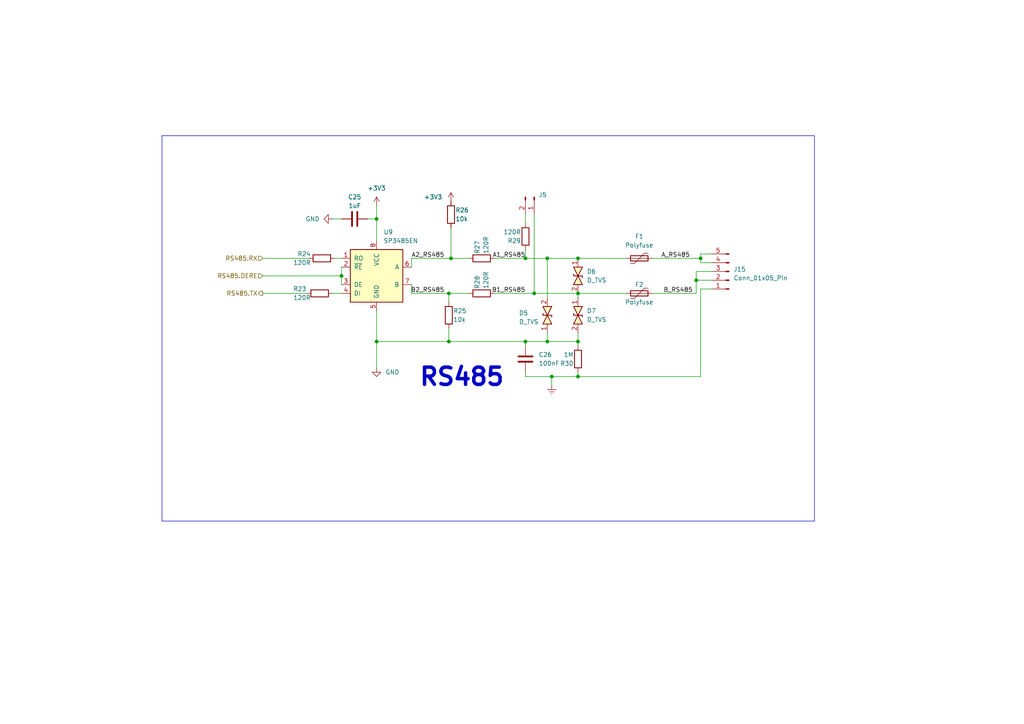
<source format=kicad_sch>
(kicad_sch (version 20230121) (generator eeschema)
  (paper "A4")
  (lib_symbols
    (symbol "Connector:Conn_01x02_Male" (pin_names (offset 1.016) hide)
      (property "Reference" "J" (at 0 2.54 0))
      (property "Value" "Conn_01x02_Male" (at 0 -5.08 0))
      (symbol "Conn_01x02_Male_1_1"
        (polyline (pts (xy 1.27 -2.54) (xy 0.8636 -2.54)) (stroke (width 0.1524)))
        (polyline (pts (xy 1.27 0) (xy 0.8636 0)) (stroke (width 0.1524)))
        (rectangle (start 0.8636 -2.413) (end 0 -2.667) (stroke (width 0.1524)) (fill (type outline)))
        (rectangle (start 0.8636 0.127) (end 0 -0.127) (stroke (width 0.1524)) (fill (type outline)))
        (pin passive line (at 5.08 0 180) (length 3.81) (name "Pin_1") (number "1"))
        (pin passive line (at 5.08 -2.54 180) (length 3.81) (name "Pin_2") (number "2"))
      )
    )
    (symbol "Connector:Conn_01x05_Pin" (pin_names (offset 1.016) hide)
      (property "Reference" "J" (at 0 7.62 0))
      (property "Value" "Conn_01x05_Pin" (at 0 -7.62 0))
      (symbol "Conn_01x05_Pin_1_1"
        (polyline (pts (xy 1.27 -5.08) (xy 0.8636 -5.08)) (stroke (width 0.1524)))
        (polyline (pts (xy 1.27 -2.54) (xy 0.8636 -2.54)) (stroke (width 0.1524)))
        (polyline (pts (xy 1.27 0) (xy 0.8636 0)) (stroke (width 0.1524)))
        (polyline (pts (xy 1.27 2.54) (xy 0.8636 2.54)) (stroke (width 0.1524)))
        (polyline (pts (xy 1.27 5.08) (xy 0.8636 5.08)) (stroke (width 0.1524)))
        (rectangle (start 0.8636 -4.953) (end 0 -5.207) (stroke (width 0.1524)) (fill (type outline)))
        (rectangle (start 0.8636 -2.413) (end 0 -2.667) (stroke (width 0.1524)) (fill (type outline)))
        (rectangle (start 0.8636 0.127) (end 0 -0.127) (stroke (width 0.1524)) (fill (type outline)))
        (rectangle (start 0.8636 2.667) (end 0 2.413) (stroke (width 0.1524)) (fill (type outline)))
        (rectangle (start 0.8636 5.207) (end 0 4.953) (stroke (width 0.1524)) (fill (type outline)))
        (pin passive line (at 5.08 5.08 180) (length 3.81) (name "Pin_1") (number "1"))
        (pin passive line (at 5.08 2.54 180) (length 3.81) (name "Pin_2") (number "2"))
        (pin passive line (at 5.08 0 180) (length 3.81) (name "Pin_3") (number "3"))
        (pin passive line (at 5.08 -2.54 180) (length 3.81) (name "Pin_4") (number "4"))
        (pin passive line (at 5.08 -5.08 180) (length 3.81) (name "Pin_5") (number "5"))
      )
    )
    (symbol "Device:C" (pin_numbers hide) (pin_names (offset 0.254))
      (property "Reference" "C" (at 0.635 2.54 0))
      (property "Value" "C" (at 0.635 -2.54 0))
      (symbol "C_0_1"
        (polyline (pts (xy -2.032 -0.762) (xy 2.032 -0.762)) (stroke (width 0.508)))
        (polyline (pts (xy -2.032 0.762) (xy 2.032 0.762)) (stroke (width 0.508)))
      )
      (symbol "C_1_1"
        (pin passive line (at 0 3.81 270) (length 2.794) (name "~") (number "1"))
        (pin passive line (at 0 -3.81 90) (length 2.794) (name "~") (number "2"))
      )
    )
    (symbol "Device:Polyfuse" (pin_numbers hide) (pin_names (offset 0))
      (property "Reference" "F" (at -2.54 0 90))
      (property "Value" "Polyfuse" (at 2.54 0 90))
      (symbol "Polyfuse_0_1"
        (rectangle (start -0.762 2.54) (end 0.762 -2.54) (stroke (width 0.254)))
        (polyline (pts (xy 0 2.54) (xy 0 -2.54)))
        (polyline (pts (xy -1.524 2.54) (xy -1.524 1.524) (xy 1.524 -1.524) (xy 1.524 -2.54)))
      )
      (symbol "Polyfuse_1_1"
        (pin passive line (at 0 3.81 270) (length 1.27) (name "~") (number "1"))
        (pin passive line (at 0 -3.81 90) (length 1.27) (name "~") (number "2"))
      )
    )
    (symbol "Device:R" (pin_numbers hide) (pin_names (offset 0))
      (property "Reference" "R" (at 2.032 0 90))
      (property "Value" "R" (at 0 0 90))
      (symbol "R_0_1"
        (rectangle (start -1.016 -2.54) (end 1.016 2.54) (stroke (width 0.254)))
      )
      (symbol "R_1_1"
        (pin passive line (at 0 3.81 270) (length 1.27) (name "~") (number "1"))
        (pin passive line (at 0 -3.81 90) (length 1.27) (name "~") (number "2"))
      )
    )
    (symbol "IVS_SYMBOL_DIR:D_TVS"
      (property "Reference" "D" (at 0 2.286 0))
      (property "Value" "D_TVS" (at 0 -2.794 0))
      (symbol "D_TVS_0_1"
        (polyline (pts (xy -2.54 1.27) (xy 0 0) (xy -2.54 -1.27) (xy -2.54 1.27)) (stroke (width 0.254)) (fill (type background)))
        (polyline (pts (xy 0.508 1.27) (xy 0 1.27) (xy 0 -1.27) (xy -0.508 -1.27)) (stroke (width 0.254)))
        (polyline (pts (xy 2.54 -1.27) (xy 0 0) (xy 2.54 1.27) (xy 2.54 -1.27)) (stroke (width 0.254)) (fill (type background)))
      )
      (symbol "D_TVS_1_1"
        (pin passive line (at 5.08 0 180) (length 2.54) (name "") (number "1"))
        (pin passive line (at -5.08 0 0) (length 2.54) (name "") (number "2"))
      )
    )
    (symbol "Interface_UART:SP3485EN" (pin_names (offset 1.016))
      (property "Reference" "U" (at -7.62 8.89 0))
      (property "Value" "SP3485EN" (at 2.54 8.89 0))
      (symbol "SP3485EN_0_1"
        (rectangle (start -7.62 7.62) (end 7.62 -7.62) (stroke (width 0.254)) (fill (type background)))
      )
      (symbol "SP3485EN_1_1"
        (pin output line (at -10.16 5.08 0) (length 2.54) (name "RO") (number "1"))
        (pin input line (at -10.16 2.54 0) (length 2.54) (name "~{RE}") (number "2"))
        (pin input line (at -10.16 -2.54 0) (length 2.54) (name "DE") (number "3"))
        (pin input line (at -10.16 -5.08 0) (length 2.54) (name "DI") (number "4"))
        (pin power_in line (at 0 -10.16 90) (length 2.54) (name "GND") (number "5"))
        (pin bidirectional line (at 10.16 2.54 180) (length 2.54) (name "A") (number "6"))
        (pin bidirectional line (at 10.16 -2.54 180) (length 2.54) (name "B") (number "7"))
        (pin power_in line (at 0 10.16 270) (length 2.54) (name "VCC") (number "8"))
      )
    )
    (symbol "power:+3V3" (power) (pin_names (offset 0))
      (property "Value" "+3V3" (at 0 3.556 0))
      (symbol "+3V3_0_1"
        (polyline (pts (xy -0.762 1.27) (xy 0 2.54)))
        (polyline (pts (xy 0 0) (xy 0 2.54)))
        (polyline (pts (xy 0 2.54) (xy 0.762 1.27)))
      )
      (symbol "+3V3_1_1"
        (pin power_in line (at 0 0 90) (length 0) hide (name "+3V3") (number "1"))
      )
    )
    (symbol "power:Earth" (power) (pin_names (offset 0))
      (symbol "Earth_0_1"
        (polyline (pts (xy -0.635 -1.905) (xy 0.635 -1.905)))
        (polyline (pts (xy -0.127 -2.54) (xy 0.127 -2.54)))
        (polyline (pts (xy 0 -1.27) (xy 0 0)))
        (polyline (pts (xy 1.27 -1.27) (xy -1.27 -1.27)))
      )
      (symbol "Earth_1_1"
        (pin power_in line (at 0 0 270) (length 0) hide (name "Earth") (number "1"))
      )
    )
    (symbol "power:GND" (power) (pin_names (offset 0))
      (property "Value" "GND" (at 0 -3.81 0))
      (symbol "GND_0_1"
        (polyline (pts (xy 0 0) (xy 0 -1.27) (xy 1.27 -1.27) (xy 0 -2.54) (xy -1.27 -1.27) (xy 0 -1.27)))
      )
      (symbol "GND_1_1"
        (pin power_in line (at 0 0 270) (length 0) hide (name "GND") (number "1"))
      )
    )
  )
  (junction (at 167.64 74.93))
  (junction (at 167.64 109.22))
  (junction (at 130.81 74.93))
  (junction (at 160.02 109.22))
  (junction (at 152.4 99.06))
  (junction (at 99.06 80.01))
  (junction (at 203.2 74.93))
  (junction (at 167.64 99.06))
  (junction (at 158.75 99.06))
  (junction (at 109.22 99.06))
  (junction (at 201.93 81.28))
  (junction (at 154.94 85.09))
  (junction (at 167.64 85.09))
  (junction (at 152.4 74.93))
  (junction (at 158.75 74.93))
  (junction (at 109.22 63.5))
  (junction (at 130.175 99.06))
  (junction (at 130.175 85.09))
  (wire (pts (xy 201.93 81.28) (xy 206.375 81.28)))
  (wire (pts (xy 152.4 72.39) (xy 152.4 74.93)))
  (wire (pts (xy 160.02 109.22) (xy 167.64 109.22)))
  (polyline (pts (xy 46.99 151.13) (xy 236.22 151.13)))
  (wire (pts (xy 167.64 85.09) (xy 167.64 86.36)))
  (wire (pts (xy 119.38 74.93) (xy 130.81 74.93)))
  (wire (pts (xy 201.93 85.09) (xy 201.93 81.28)))
  (wire (pts (xy 130.81 66.04) (xy 130.81 74.93)))
  (wire (pts (xy 203.2 83.82) (xy 206.375 83.82)))
  (wire (pts (xy 167.64 74.93) (xy 181.61 74.93)))
  (wire (pts (xy 130.81 74.93) (xy 135.89 74.93)))
  (wire (pts (xy 99.06 80.01) (xy 99.06 82.55)))
  (wire (pts (xy 203.2 74.93) (xy 203.2 76.2)))
  (wire (pts (xy 97.155 74.93) (xy 99.06 74.93)))
  (wire (pts (xy 152.4 74.93) (xy 158.75 74.93)))
  (polyline (pts (xy 46.99 39.37) (xy 46.99 151.13)))
  (wire (pts (xy 143.51 74.93) (xy 152.4 74.93)))
  (wire (pts (xy 109.22 59.69) (xy 109.22 63.5)))
  (wire (pts (xy 96.52 63.5) (xy 99.06 63.5)))
  (wire (pts (xy 143.51 85.09) (xy 154.94 85.09)))
  (wire (pts (xy 203.2 73.66) (xy 203.2 74.93)))
  (wire (pts (xy 106.68 63.5) (xy 109.22 63.5)))
  (wire (pts (xy 109.22 99.06) (xy 130.175 99.06)))
  (wire (pts (xy 160.02 109.22) (xy 160.02 111.76)))
  (wire (pts (xy 167.64 85.09) (xy 181.61 85.09)))
  (polyline (pts (xy 46.99 39.37) (xy 236.22 39.37)))
  (wire (pts (xy 119.38 82.55) (xy 119.38 85.09)))
  (wire (pts (xy 152.4 99.06) (xy 152.4 100.33)))
  (wire (pts (xy 119.38 77.47) (xy 119.38 74.93)))
  (wire (pts (xy 189.23 74.93) (xy 203.2 74.93)))
  (wire (pts (xy 130.175 85.09) (xy 130.175 87.63)))
  (wire (pts (xy 206.375 73.66) (xy 203.2 73.66)))
  (wire (pts (xy 152.4 109.22) (xy 160.02 109.22)))
  (wire (pts (xy 99.06 77.47) (xy 99.06 80.01)))
  (wire (pts (xy 130.175 99.06) (xy 152.4 99.06)))
  (wire (pts (xy 152.4 62.23) (xy 152.4 64.77)))
  (wire (pts (xy 189.23 85.09) (xy 201.93 85.09)))
  (wire (pts (xy 154.94 62.23) (xy 154.94 85.09)))
  (wire (pts (xy 203.2 83.82) (xy 203.2 109.22)))
  (wire (pts (xy 158.75 74.93) (xy 167.64 74.93)))
  (wire (pts (xy 203.2 76.2) (xy 206.375 76.2)))
  (wire (pts (xy 76.2 85.09) (xy 88.9 85.09)))
  (wire (pts (xy 76.2 74.93) (xy 89.535 74.93)))
  (wire (pts (xy 158.75 96.52) (xy 158.75 99.06)))
  (wire (pts (xy 119.38 85.09) (xy 130.175 85.09)))
  (wire (pts (xy 167.64 107.95) (xy 167.64 109.22)))
  (wire (pts (xy 154.94 85.09) (xy 167.64 85.09)))
  (wire (pts (xy 76.2 80.01) (xy 99.06 80.01)))
  (wire (pts (xy 109.22 99.06) (xy 109.22 90.17)))
  (wire (pts (xy 130.175 95.25) (xy 130.175 99.06)))
  (wire (pts (xy 109.22 63.5) (xy 109.22 69.85)))
  (wire (pts (xy 152.4 107.95) (xy 152.4 109.22)))
  (wire (pts (xy 96.52 85.09) (xy 99.06 85.09)))
  (wire (pts (xy 158.75 99.06) (xy 167.64 99.06)))
  (wire (pts (xy 201.93 78.74) (xy 201.93 81.28)))
  (wire (pts (xy 167.64 99.06) (xy 167.64 100.33)))
  (wire (pts (xy 158.75 74.93) (xy 158.75 86.36)))
  (wire (pts (xy 109.22 106.68) (xy 109.22 99.06)))
  (wire (pts (xy 167.64 96.52) (xy 167.64 99.06)))
  (wire (pts (xy 152.4 99.06) (xy 158.75 99.06)))
  (polyline (pts (xy 236.22 151.13) (xy 236.22 39.37)))
  (wire (pts (xy 206.375 78.74) (xy 201.93 78.74)))
  (wire (pts (xy 130.175 85.09) (xy 135.89 85.09)))
  (wire (pts (xy 203.2 109.22) (xy 167.64 109.22)))
  (text "RS485" (at 121.285 112.395 0) (effects (font (size 5 5) bold) (justify left bottom)))
  (label "B2_RS485" (at 128.905 85.09 180))
  (label "B_RS485" (at 192.405 85.09 0))
  (label "A_RS485" (at 191.77 74.93 0))
  (label "A1_RS485" (at 152.4 74.93 180))
  (label "B1_RS485" (at 152.4 85.09 180))
  (label "A2_RS485" (at 128.905 74.93 180))
  (hierarchical_label "RS485.TX" (shape output) (at 76.2 85.09 180))
  (hierarchical_label "RS485.DERE" (shape input) (at 76.2 80.01 180))
  (hierarchical_label "RS485.RX" (shape input) (at 76.2 74.93 180))
  (symbol (lib_id "power:GND") (at 96.52 63.5 270) (unit 1)
    (property "Reference" "#PWR061" (effects hide))
    (property "Value" "GND" (at 92.71 63.4999 90) (effects (justify right)))
  )
  (symbol (lib_id "Device:R") (at 139.7 85.09 90) (unit 1)
    (property "Reference" "R28" (at 138.43 83.82 0) (effects (justify left)))
    (property "Value" "120R" (at 140.97 83.82 0) (effects (justify left)))
    (property "Footprint" "IVS_FOOTPRINTS:R_0603" (effects hide))
  )
  (symbol (lib_id "Device:C") (at 102.87 63.5 90) (unit 1)
    (property "Reference" "C25" (at 102.8763 57.15 90))
    (property "Value" "1uF" (at 102.8763 59.69 90))
    (property "Footprint" "IVS_FOOTPRINTS:C_0603" (effects hide))
  )
  (symbol (lib_id "Device:R") (at 139.7 74.93 90) (unit 1)
    (property "Reference" "R27" (at 138.43 73.66 0) (effects (justify left)))
    (property "Value" "120R" (at 140.97 73.66 0) (effects (justify left)))
    (property "Footprint" "IVS_FOOTPRINTS:R_0603" (effects hide))
  )
  (symbol (lib_id "IVS_SYMBOL_DIR:D_TVS") (at 167.64 91.44 90) (unit 1)
    (property "Reference" "D7" (at 170.18 90.1699 90) (effects (justify right)))
    (property "Value" "D_TVS" (at 170.18 92.7099 90) (effects (justify right)))
    (property "Footprint" "IVS_FOOTPRINTS:D_SMA" (effects hide))
  )
  (symbol (lib_id "power:+3V3") (at 109.22 59.69 0) (unit 1)
    (property "Reference" "#PWR062" (effects hide))
    (property "Value" "+3V3" (at 109.22 54.61 0))
  )
  (symbol (lib_id "power:GND") (at 109.22 106.68 0) (unit 1)
    (property "Reference" "#PWR063" (effects hide))
    (property "Value" "GND" (at 111.76 107.9499 0) (effects (justify left)))
  )
  (symbol (lib_id "Device:R") (at 130.175 91.44 0) (unit 1)
    (property "Reference" "R25" (at 131.445 90.17 0) (effects (justify left)))
    (property "Value" "10k" (at 131.445 92.71 0) (effects (justify left)))
    (property "Footprint" "IVS_FOOTPRINTS:R_0603" (effects hide))
  )
  (symbol (lib_id "IVS_SYMBOL_DIR:D_TVS") (at 167.64 80.01 90) (unit 1)
    (property "Reference" "D6" (at 170.18 78.7399 90) (effects (justify right)))
    (property "Value" "D_TVS" (at 170.18 81.2799 90) (effects (justify right)))
    (property "Footprint" "IVS_FOOTPRINTS:D_SMA" (effects hide))
  )
  (symbol (lib_id "Device:R") (at 167.64 104.14 180) (unit 1)
    (property "Reference" "R30" (at 166.37 105.41 0) (effects (justify left)))
    (property "Value" "1M" (at 166.37 102.87 0) (effects (justify left)))
    (property "Footprint" "IVS_FOOTPRINTS:R_0603" (effects hide))
  )
  (symbol (lib_id "Device:C") (at 152.4 104.14 180) (unit 1)
    (property "Reference" "C26" (at 156.21 102.8699 0) (effects (justify right)))
    (property "Value" "100nF" (at 156.21 105.4099 0) (effects (justify right)))
    (property "Footprint" "IVS_FOOTPRINTS:C_0603" (effects hide))
  )
  (symbol (lib_id "Connector:Conn_01x02_Male") (at 154.94 57.15 270) (unit 1)
    (property "Reference" "J5" (at 156.21 56.5149 90) (effects (justify left)))
    (property "Value" "Conn_01x02_Male" (effects hide))
    (property "Footprint" "Connector_PinHeader_2.54mm:PinHeader_1x02_P2.54mm_Vertical" (effects hide))
  )
  (symbol (lib_id "Device:R") (at 92.71 85.09 90) (unit 1)
    (property "Reference" "R23" (at 88.9 83.82 90) (effects (justify left)))
    (property "Value" "120R" (at 90.17 86.36 90) (effects (justify left)))
    (property "Footprint" "IVS_FOOTPRINTS:R_0603" (effects hide))
  )
  (symbol (lib_id "Device:Polyfuse") (at 185.42 85.09 90) (unit 1)
    (property "Reference" "F2" (at 185.42 82.55 90))
    (property "Value" "Polyfuse" (at 185.42 87.63 90))
    (property "Footprint" "IVS_FOOTPRINTS:Fuse_1812_4532Metric" (effects hide))
  )
  (symbol (lib_id "power:Earth") (at 160.02 111.76 0) (unit 1)
    (property "Reference" "#PWR065" (effects hide))
    (property "Value" "Earth" (effects hide))
  )
  (symbol (lib_id "Device:Polyfuse") (at 185.42 74.93 90) (unit 1)
    (property "Reference" "F1" (at 185.42 68.58 90))
    (property "Value" "Polyfuse" (at 185.42 71.12 90))
    (property "Footprint" "IVS_FOOTPRINTS:Fuse_1812_4532Metric" (effects hide))
  )
  (symbol (lib_id "Device:R") (at 93.345 74.93 90) (unit 1)
    (property "Reference" "R24" (at 90.17 73.66 90) (effects (justify left)))
    (property "Value" "120R" (at 90.17 76.2 90) (effects (justify left)))
    (property "Footprint" "IVS_FOOTPRINTS:R_0603" (effects hide))
  )
  (symbol (lib_id "IVS_SYMBOL_DIR:D_TVS") (at 158.75 91.44 270) (unit 1)
    (property "Reference" "D5" (at 150.495 90.805 90) (effects (justify left)))
    (property "Value" "D_TVS" (at 150.495 93.345 90) (effects (justify left)))
    (property "Footprint" "IVS_FOOTPRINTS:D_SMA" (effects hide))
  )
  (symbol (lib_id "Device:R") (at 130.81 62.23 0) (unit 1)
    (property "Reference" "R26" (at 132.08 60.96 0) (effects (justify left)))
    (property "Value" "10k" (at 132.08 63.5 0) (effects (justify left)))
    (property "Footprint" "IVS_FOOTPRINTS:R_0603" (effects hide))
  )
  (symbol (lib_id "power:+3V3") (at 130.81 58.42 0) (unit 1)
    (property "Reference" "#PWR064" (effects hide))
    (property "Value" "+3V3" (at 128.27 57.1501 0) (effects (justify right)))
  )
  (symbol (lib_id "Connector:Conn_01x05_Pin") (at 211.455 78.74 180) (unit 1)
    (property "Reference" "J15" (at 212.725 78.105 0) (effects (justify right)))
    (property "Value" "Conn_01x05_Pin" (at 212.725 80.645 0) (effects (justify right)))
    (property "Footprint" "IVS_FOOTPRINTS:Terminal_HT-3.96mm-5P-Vertical-Pluggable" (effects hide))
  )
  (symbol (lib_id "Device:R") (at 152.4 68.58 180) (unit 1)
    (property "Reference" "R29" (at 151.13 69.85 0) (effects (justify left)))
    (property "Value" "120R" (at 151.13 67.31 0) (effects (justify left)))
    (property "Footprint" "IVS_FOOTPRINTS:R_0603" (effects hide))
  )
  (symbol (lib_id "Interface_UART:SP3485EN") (at 109.22 80.01 0) (unit 1)
    (property "Reference" "U9" (at 111.2394 67.31 0) (effects (justify left)))
    (property "Value" "SP3485EN" (at 111.2394 69.85 0) (effects (justify left)))
    (property "Footprint" "IVS_FOOTPRINTS:SOIC-8_3.9x4.9mm_P1.27mm" (effects hide))
    (property "Datasheet" "http://www.icbase.com/pdf/SPX/SPX00480106.pdf" (effects hide))
  )
)
</source>
